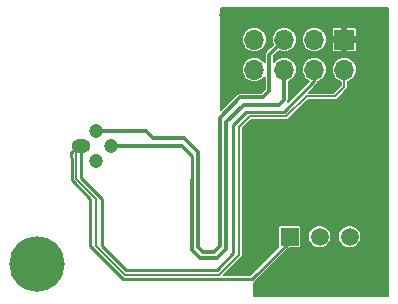
<source format=gbr>
G04 #@! TF.GenerationSoftware,KiCad,Pcbnew,(6.0.0-rc1-dev-1561-g9cac0a38c)*
G04 #@! TF.CreationDate,2019-02-19T10:43:41+01:00
G04 #@! TF.ProjectId,reference_board,72656665-7265-46e6-9365-5f626f617264,v3.1.0*
G04 #@! TF.SameCoordinates,Original*
G04 #@! TF.FileFunction,Copper,L2,Bot*
G04 #@! TF.FilePolarity,Positive*
%FSLAX46Y46*%
G04 Gerber Fmt 4.6, Leading zero omitted, Abs format (unit mm)*
G04 Created by KiCad (PCBNEW (6.0.0-rc1-dev-1561-g9cac0a38c)) date 2019-02-19T10:43:41 CET*
%MOMM*%
%LPD*%
G04 APERTURE LIST*
%ADD10C,0.100000*%
%ADD11O,1.600000X1.200000*%
%ADD12C,1.200000*%
%ADD13C,0.250000*%
%ADD14C,0.150000*%
%ADD15C,4.700000*%
%ADD16C,1.500000*%
%ADD17R,1.500000X1.500000*%
%ADD18O,1.700000X1.700000*%
%ADD19R,1.700000X1.700000*%
%ADD20C,0.800000*%
%ADD21C,0.300000*%
%ADD22C,0.250000*%
%ADD23C,0.150000*%
G04 APERTURE END LIST*
D10*
G36*
X156025000Y-95500000D02*
G01*
X155775000Y-95500000D01*
X155775000Y-96000000D01*
X156025000Y-96000000D01*
X156025000Y-95500000D01*
G37*
G36*
X156375000Y-96000000D02*
G01*
X156375000Y-95600000D01*
X156225000Y-95600000D01*
X156225000Y-96000000D01*
X156375000Y-96000000D01*
G37*
D11*
X156700000Y-95000000D03*
D12*
X157970000Y-96270000D03*
X157970000Y-93730000D03*
X159240000Y-95000000D03*
D13*
X155900000Y-96000000D03*
X155900000Y-95500000D03*
D14*
X156300000Y-96000000D03*
X156300000Y-95600000D03*
D15*
X153000000Y-105000000D03*
D16*
X179440000Y-102700000D03*
X176900000Y-102700000D03*
D17*
X174360000Y-102700000D03*
D18*
X171380000Y-88540000D03*
X171380000Y-86000000D03*
X173920000Y-88540000D03*
X173920000Y-86000000D03*
X176460000Y-88540000D03*
X176460000Y-86000000D03*
X179000000Y-88540000D03*
D19*
X179000000Y-86000000D03*
D20*
X180600000Y-93200000D03*
X169300000Y-90600000D03*
X168800000Y-83912500D03*
D21*
X159300000Y-95000000D02*
X165251458Y-95000000D01*
D22*
X166100000Y-95848542D02*
X166100000Y-97900000D01*
X166100000Y-95848542D02*
X165951458Y-95700000D01*
D21*
X165251458Y-95000000D02*
X165951458Y-95700000D01*
X168250000Y-104500000D02*
X169000000Y-103750000D01*
X169000000Y-103750000D02*
X169000000Y-93000000D01*
X173500000Y-91500000D02*
X173920000Y-91080000D01*
X166750000Y-104500000D02*
X168250000Y-104500000D01*
X169000000Y-93000000D02*
X170500000Y-91500000D01*
X166100000Y-97900000D02*
X166100000Y-103850000D01*
X166100000Y-103850000D02*
X166750000Y-104500000D01*
X170500000Y-91500000D02*
X173500000Y-91500000D01*
X173920000Y-91080000D02*
X173920000Y-88540000D01*
X166600000Y-95500000D02*
X166600000Y-103600000D01*
X165400000Y-94300000D02*
X166600000Y-95500000D01*
X172650000Y-90350000D02*
X172650000Y-87270000D01*
X162800000Y-94300000D02*
X165400000Y-94300000D01*
X166600000Y-103600000D02*
X167000000Y-104000000D01*
X158000000Y-93730000D02*
X162230000Y-93730000D01*
X162230000Y-93730000D02*
X162800000Y-94300000D01*
X168000000Y-104000000D02*
X168500000Y-103500000D01*
X170200000Y-90900000D02*
X172100000Y-90900000D01*
X167000000Y-104000000D02*
X168000000Y-104000000D01*
X168500000Y-103500000D02*
X168500000Y-92600000D01*
X168500000Y-92600000D02*
X170200000Y-90900000D01*
X172100000Y-90900000D02*
X172650000Y-90350000D01*
X172650000Y-87270000D02*
X173920000Y-86000000D01*
D23*
X171000000Y-92500000D02*
X170100000Y-93400000D01*
X178200000Y-90800000D02*
X175800000Y-90800000D01*
X170100000Y-93400000D02*
X170100000Y-104200000D01*
X174100000Y-92500000D02*
X171000000Y-92500000D01*
X175800000Y-90800000D02*
X174100000Y-92500000D01*
X179000000Y-88540000D02*
X179000000Y-90000000D01*
X170100000Y-104200000D02*
X168400000Y-105900000D01*
X179000000Y-90000000D02*
X178200000Y-90800000D01*
X158000000Y-99500000D02*
X156300000Y-97800000D01*
X168400000Y-105900000D02*
X160400000Y-105900000D01*
X160400000Y-105900000D02*
X158000000Y-103500000D01*
X158000000Y-103500000D02*
X158000000Y-99500000D01*
X156300000Y-97800000D02*
X156300000Y-96000000D01*
X156500000Y-95000000D02*
X156730000Y-95000000D01*
X156730000Y-95000000D02*
X156730000Y-95170000D01*
X156730000Y-95170000D02*
X156300000Y-95600000D01*
X156730000Y-95000000D02*
X156730000Y-95230000D01*
D22*
X156400000Y-95000000D02*
X155900000Y-95500000D01*
X156730000Y-95000000D02*
X156400000Y-95000000D01*
X168200000Y-105500000D02*
X169600000Y-104100000D01*
X160500000Y-105500000D02*
X168200000Y-105500000D01*
X158500000Y-103500000D02*
X160500000Y-105500000D01*
X158500000Y-99500000D02*
X158500000Y-103500000D01*
X170700000Y-92100000D02*
X173900000Y-92100000D01*
X156730000Y-95000000D02*
X156730000Y-97730000D01*
X156730000Y-97730000D02*
X158500000Y-99500000D01*
X169600000Y-104100000D02*
X169600000Y-93200000D01*
X173900000Y-92100000D02*
X176460000Y-89540000D01*
X169600000Y-93200000D02*
X170700000Y-92100000D01*
X176460000Y-89540000D02*
X176460000Y-88540000D01*
D23*
X174360000Y-102100000D02*
X174360000Y-103140000D01*
D22*
X174360000Y-102700000D02*
X174360000Y-103140000D01*
X160300000Y-106300000D02*
X171200000Y-106300000D01*
X157500000Y-103500000D02*
X160300000Y-106300000D01*
X171300000Y-106200000D02*
X174360000Y-103140000D01*
X157500000Y-99500000D02*
X157500000Y-103500000D01*
X157500000Y-99500000D02*
X156000000Y-98000000D01*
X155900000Y-96000000D02*
X155900000Y-97900000D01*
X155900000Y-97900000D02*
X156000000Y-98000000D01*
X171200000Y-106300000D02*
X171300000Y-106200000D01*
D23*
G36*
X182700001Y-107700000D02*
G01*
X171375000Y-107700000D01*
X171375000Y-106603321D01*
X171395390Y-106592422D01*
X171448685Y-106548685D01*
X171459653Y-106535321D01*
X171559646Y-106435328D01*
X174318887Y-103676088D01*
X175110000Y-103676088D01*
X175154108Y-103671744D01*
X175196520Y-103658878D01*
X175235608Y-103637985D01*
X175269868Y-103609868D01*
X175297985Y-103575608D01*
X175318878Y-103536520D01*
X175331744Y-103494108D01*
X175336088Y-103450000D01*
X175336088Y-102603971D01*
X175925000Y-102603971D01*
X175925000Y-102796029D01*
X175962468Y-102984397D01*
X176035966Y-103161836D01*
X176142668Y-103321527D01*
X176278473Y-103457332D01*
X176438164Y-103564034D01*
X176615603Y-103637532D01*
X176803971Y-103675000D01*
X176996029Y-103675000D01*
X177184397Y-103637532D01*
X177361836Y-103564034D01*
X177521527Y-103457332D01*
X177657332Y-103321527D01*
X177764034Y-103161836D01*
X177837532Y-102984397D01*
X177875000Y-102796029D01*
X177875000Y-102603971D01*
X178465000Y-102603971D01*
X178465000Y-102796029D01*
X178502468Y-102984397D01*
X178575966Y-103161836D01*
X178682668Y-103321527D01*
X178818473Y-103457332D01*
X178978164Y-103564034D01*
X179155603Y-103637532D01*
X179343971Y-103675000D01*
X179536029Y-103675000D01*
X179724397Y-103637532D01*
X179901836Y-103564034D01*
X180061527Y-103457332D01*
X180197332Y-103321527D01*
X180304034Y-103161836D01*
X180377532Y-102984397D01*
X180415000Y-102796029D01*
X180415000Y-102603971D01*
X180377532Y-102415603D01*
X180304034Y-102238164D01*
X180197332Y-102078473D01*
X180061527Y-101942668D01*
X179901836Y-101835966D01*
X179724397Y-101762468D01*
X179536029Y-101725000D01*
X179343971Y-101725000D01*
X179155603Y-101762468D01*
X178978164Y-101835966D01*
X178818473Y-101942668D01*
X178682668Y-102078473D01*
X178575966Y-102238164D01*
X178502468Y-102415603D01*
X178465000Y-102603971D01*
X177875000Y-102603971D01*
X177837532Y-102415603D01*
X177764034Y-102238164D01*
X177657332Y-102078473D01*
X177521527Y-101942668D01*
X177361836Y-101835966D01*
X177184397Y-101762468D01*
X176996029Y-101725000D01*
X176803971Y-101725000D01*
X176615603Y-101762468D01*
X176438164Y-101835966D01*
X176278473Y-101942668D01*
X176142668Y-102078473D01*
X176035966Y-102238164D01*
X175962468Y-102415603D01*
X175925000Y-102603971D01*
X175336088Y-102603971D01*
X175336088Y-101950000D01*
X175331744Y-101905892D01*
X175318878Y-101863480D01*
X175297985Y-101824392D01*
X175269868Y-101790132D01*
X175235608Y-101762015D01*
X175196520Y-101741122D01*
X175154108Y-101728256D01*
X175110000Y-101723912D01*
X173610000Y-101723912D01*
X173565892Y-101728256D01*
X173523480Y-101741122D01*
X173484392Y-101762015D01*
X173450132Y-101790132D01*
X173422015Y-101824392D01*
X173401122Y-101863480D01*
X173388256Y-101905892D01*
X173383912Y-101950000D01*
X173383912Y-103450000D01*
X173388256Y-103494108D01*
X173401122Y-103536520D01*
X173422015Y-103575608D01*
X173425352Y-103579674D01*
X171055026Y-105950000D01*
X168774263Y-105950000D01*
X170301715Y-104422549D01*
X170313158Y-104413158D01*
X170322549Y-104401715D01*
X170350647Y-104367478D01*
X170378503Y-104315361D01*
X170378504Y-104315360D01*
X170395659Y-104258810D01*
X170400000Y-104214733D01*
X170400000Y-104214724D01*
X170401450Y-104200001D01*
X170400000Y-104185278D01*
X170400000Y-93524263D01*
X171124264Y-92800000D01*
X174085277Y-92800000D01*
X174100000Y-92801450D01*
X174114723Y-92800000D01*
X174114733Y-92800000D01*
X174158810Y-92795659D01*
X174215360Y-92778504D01*
X174267477Y-92750647D01*
X174313158Y-92713158D01*
X174322553Y-92701710D01*
X175924264Y-91100000D01*
X178185277Y-91100000D01*
X178200000Y-91101450D01*
X178214723Y-91100000D01*
X178214733Y-91100000D01*
X178258810Y-91095659D01*
X178315360Y-91078504D01*
X178367477Y-91050647D01*
X178413158Y-91013158D01*
X178422553Y-91001710D01*
X179201715Y-90222549D01*
X179213158Y-90213158D01*
X179222549Y-90201715D01*
X179250647Y-90167478D01*
X179278504Y-90115361D01*
X179288153Y-90083553D01*
X179295659Y-90058810D01*
X179300000Y-90014733D01*
X179300000Y-90014730D01*
X179301451Y-90000000D01*
X179300000Y-89985270D01*
X179300000Y-89572368D01*
X179413375Y-89537976D01*
X179600128Y-89438154D01*
X179763817Y-89303817D01*
X179898154Y-89140128D01*
X179997976Y-88953375D01*
X180059445Y-88750737D01*
X180080201Y-88540000D01*
X180059445Y-88329263D01*
X179997976Y-88126625D01*
X179898154Y-87939872D01*
X179763817Y-87776183D01*
X179600128Y-87641846D01*
X179413375Y-87542024D01*
X179210737Y-87480555D01*
X179052806Y-87465000D01*
X178947194Y-87465000D01*
X178789263Y-87480555D01*
X178586625Y-87542024D01*
X178399872Y-87641846D01*
X178236183Y-87776183D01*
X178101846Y-87939872D01*
X178002024Y-88126625D01*
X177940555Y-88329263D01*
X177919799Y-88540000D01*
X177940555Y-88750737D01*
X178002024Y-88953375D01*
X178101846Y-89140128D01*
X178236183Y-89303817D01*
X178399872Y-89438154D01*
X178586625Y-89537976D01*
X178700001Y-89572368D01*
X178700001Y-89875735D01*
X178075737Y-90500000D01*
X175994974Y-90500000D01*
X176695335Y-89799640D01*
X176708684Y-89788685D01*
X176752422Y-89735390D01*
X176784922Y-89674587D01*
X176804935Y-89608612D01*
X176809999Y-89557201D01*
X176873375Y-89537976D01*
X177060128Y-89438154D01*
X177223817Y-89303817D01*
X177358154Y-89140128D01*
X177457976Y-88953375D01*
X177519445Y-88750737D01*
X177540201Y-88540000D01*
X177519445Y-88329263D01*
X177457976Y-88126625D01*
X177358154Y-87939872D01*
X177223817Y-87776183D01*
X177060128Y-87641846D01*
X176873375Y-87542024D01*
X176670737Y-87480555D01*
X176512806Y-87465000D01*
X176407194Y-87465000D01*
X176249263Y-87480555D01*
X176046625Y-87542024D01*
X175859872Y-87641846D01*
X175696183Y-87776183D01*
X175561846Y-87939872D01*
X175462024Y-88126625D01*
X175400555Y-88329263D01*
X175379799Y-88540000D01*
X175400555Y-88750737D01*
X175462024Y-88953375D01*
X175561846Y-89140128D01*
X175696183Y-89303817D01*
X175859872Y-89438154D01*
X175994768Y-89510258D01*
X174253553Y-91251473D01*
X174257070Y-91244893D01*
X174268131Y-91224200D01*
X174289574Y-91153513D01*
X174295000Y-91098419D01*
X174295000Y-91098416D01*
X174296814Y-91080000D01*
X174295000Y-91061584D01*
X174295000Y-89549617D01*
X174333375Y-89537976D01*
X174520128Y-89438154D01*
X174683817Y-89303817D01*
X174818154Y-89140128D01*
X174917976Y-88953375D01*
X174979445Y-88750737D01*
X175000201Y-88540000D01*
X174979445Y-88329263D01*
X174917976Y-88126625D01*
X174818154Y-87939872D01*
X174683817Y-87776183D01*
X174520128Y-87641846D01*
X174333375Y-87542024D01*
X174130737Y-87480555D01*
X173972806Y-87465000D01*
X173867194Y-87465000D01*
X173709263Y-87480555D01*
X173506625Y-87542024D01*
X173319872Y-87641846D01*
X173156183Y-87776183D01*
X173025000Y-87936029D01*
X173025000Y-87425329D01*
X173471258Y-86979072D01*
X173506625Y-86997976D01*
X173709263Y-87059445D01*
X173867194Y-87075000D01*
X173972806Y-87075000D01*
X174130737Y-87059445D01*
X174333375Y-86997976D01*
X174520128Y-86898154D01*
X174683817Y-86763817D01*
X174818154Y-86600128D01*
X174917976Y-86413375D01*
X174979445Y-86210737D01*
X175000201Y-86000000D01*
X175379799Y-86000000D01*
X175400555Y-86210737D01*
X175462024Y-86413375D01*
X175561846Y-86600128D01*
X175696183Y-86763817D01*
X175859872Y-86898154D01*
X176046625Y-86997976D01*
X176249263Y-87059445D01*
X176407194Y-87075000D01*
X176512806Y-87075000D01*
X176670737Y-87059445D01*
X176873375Y-86997976D01*
X177060128Y-86898154D01*
X177223817Y-86763817D01*
X177358154Y-86600128D01*
X177457976Y-86413375D01*
X177512009Y-86235250D01*
X177925000Y-86235250D01*
X177925000Y-86872161D01*
X177933647Y-86915631D01*
X177950608Y-86956578D01*
X177975231Y-86993430D01*
X178006571Y-87024769D01*
X178043423Y-87049393D01*
X178084370Y-87066354D01*
X178127840Y-87075000D01*
X178764750Y-87075000D01*
X178821000Y-87018750D01*
X178821000Y-86179000D01*
X179179000Y-86179000D01*
X179179000Y-87018750D01*
X179235250Y-87075000D01*
X179872160Y-87075000D01*
X179915630Y-87066354D01*
X179956577Y-87049393D01*
X179993429Y-87024769D01*
X180024769Y-86993430D01*
X180049392Y-86956578D01*
X180066353Y-86915631D01*
X180075000Y-86872161D01*
X180075000Y-86235250D01*
X180018750Y-86179000D01*
X179179000Y-86179000D01*
X178821000Y-86179000D01*
X177981250Y-86179000D01*
X177925000Y-86235250D01*
X177512009Y-86235250D01*
X177519445Y-86210737D01*
X177540201Y-86000000D01*
X177519445Y-85789263D01*
X177457976Y-85586625D01*
X177358154Y-85399872D01*
X177223817Y-85236183D01*
X177091801Y-85127839D01*
X177925000Y-85127839D01*
X177925000Y-85764750D01*
X177981250Y-85821000D01*
X178821000Y-85821000D01*
X178821000Y-84981250D01*
X179179000Y-84981250D01*
X179179000Y-85821000D01*
X180018750Y-85821000D01*
X180075000Y-85764750D01*
X180075000Y-85127839D01*
X180066353Y-85084369D01*
X180049392Y-85043422D01*
X180024769Y-85006570D01*
X179993429Y-84975231D01*
X179956577Y-84950607D01*
X179915630Y-84933646D01*
X179872160Y-84925000D01*
X179235250Y-84925000D01*
X179179000Y-84981250D01*
X178821000Y-84981250D01*
X178764750Y-84925000D01*
X178127840Y-84925000D01*
X178084370Y-84933646D01*
X178043423Y-84950607D01*
X178006571Y-84975231D01*
X177975231Y-85006570D01*
X177950608Y-85043422D01*
X177933647Y-85084369D01*
X177925000Y-85127839D01*
X177091801Y-85127839D01*
X177060128Y-85101846D01*
X176873375Y-85002024D01*
X176670737Y-84940555D01*
X176512806Y-84925000D01*
X176407194Y-84925000D01*
X176249263Y-84940555D01*
X176046625Y-85002024D01*
X175859872Y-85101846D01*
X175696183Y-85236183D01*
X175561846Y-85399872D01*
X175462024Y-85586625D01*
X175400555Y-85789263D01*
X175379799Y-86000000D01*
X175000201Y-86000000D01*
X174979445Y-85789263D01*
X174917976Y-85586625D01*
X174818154Y-85399872D01*
X174683817Y-85236183D01*
X174520128Y-85101846D01*
X174333375Y-85002024D01*
X174130737Y-84940555D01*
X173972806Y-84925000D01*
X173867194Y-84925000D01*
X173709263Y-84940555D01*
X173506625Y-85002024D01*
X173319872Y-85101846D01*
X173156183Y-85236183D01*
X173021846Y-85399872D01*
X172922024Y-85586625D01*
X172860555Y-85789263D01*
X172839799Y-86000000D01*
X172860555Y-86210737D01*
X172922024Y-86413375D01*
X172940928Y-86448742D01*
X172397861Y-86991809D01*
X172383553Y-87003552D01*
X172366141Y-87024769D01*
X172336691Y-87060654D01*
X172301870Y-87125800D01*
X172280427Y-87196488D01*
X172273186Y-87270000D01*
X172275001Y-87288426D01*
X172275001Y-87936030D01*
X172143817Y-87776183D01*
X171980128Y-87641846D01*
X171793375Y-87542024D01*
X171590737Y-87480555D01*
X171432806Y-87465000D01*
X171327194Y-87465000D01*
X171169263Y-87480555D01*
X170966625Y-87542024D01*
X170779872Y-87641846D01*
X170616183Y-87776183D01*
X170481846Y-87939872D01*
X170382024Y-88126625D01*
X170320555Y-88329263D01*
X170299799Y-88540000D01*
X170320555Y-88750737D01*
X170382024Y-88953375D01*
X170481846Y-89140128D01*
X170616183Y-89303817D01*
X170779872Y-89438154D01*
X170966625Y-89537976D01*
X171169263Y-89599445D01*
X171327194Y-89615000D01*
X171432806Y-89615000D01*
X171590737Y-89599445D01*
X171793375Y-89537976D01*
X171980128Y-89438154D01*
X172143817Y-89303817D01*
X172275000Y-89143971D01*
X172275000Y-90194670D01*
X171944671Y-90525000D01*
X170218415Y-90525000D01*
X170199999Y-90523186D01*
X170181583Y-90525000D01*
X170181581Y-90525000D01*
X170126487Y-90530426D01*
X170055800Y-90551869D01*
X170055798Y-90551870D01*
X170041810Y-90559347D01*
X169990653Y-90586691D01*
X169933552Y-90633552D01*
X169921810Y-90647860D01*
X168575000Y-91994671D01*
X168575000Y-86000000D01*
X170299799Y-86000000D01*
X170320555Y-86210737D01*
X170382024Y-86413375D01*
X170481846Y-86600128D01*
X170616183Y-86763817D01*
X170779872Y-86898154D01*
X170966625Y-86997976D01*
X171169263Y-87059445D01*
X171327194Y-87075000D01*
X171432806Y-87075000D01*
X171590737Y-87059445D01*
X171793375Y-86997976D01*
X171980128Y-86898154D01*
X172143817Y-86763817D01*
X172278154Y-86600128D01*
X172377976Y-86413375D01*
X172439445Y-86210737D01*
X172460201Y-86000000D01*
X172439445Y-85789263D01*
X172377976Y-85586625D01*
X172278154Y-85399872D01*
X172143817Y-85236183D01*
X171980128Y-85101846D01*
X171793375Y-85002024D01*
X171590737Y-84940555D01*
X171432806Y-84925000D01*
X171327194Y-84925000D01*
X171169263Y-84940555D01*
X170966625Y-85002024D01*
X170779872Y-85101846D01*
X170616183Y-85236183D01*
X170481846Y-85399872D01*
X170382024Y-85586625D01*
X170320555Y-85789263D01*
X170299799Y-86000000D01*
X168575000Y-86000000D01*
X168575000Y-83300000D01*
X182700000Y-83300000D01*
X182700001Y-107700000D01*
X182700001Y-107700000D01*
G37*
X182700001Y-107700000D02*
X171375000Y-107700000D01*
X171375000Y-106603321D01*
X171395390Y-106592422D01*
X171448685Y-106548685D01*
X171459653Y-106535321D01*
X171559646Y-106435328D01*
X174318887Y-103676088D01*
X175110000Y-103676088D01*
X175154108Y-103671744D01*
X175196520Y-103658878D01*
X175235608Y-103637985D01*
X175269868Y-103609868D01*
X175297985Y-103575608D01*
X175318878Y-103536520D01*
X175331744Y-103494108D01*
X175336088Y-103450000D01*
X175336088Y-102603971D01*
X175925000Y-102603971D01*
X175925000Y-102796029D01*
X175962468Y-102984397D01*
X176035966Y-103161836D01*
X176142668Y-103321527D01*
X176278473Y-103457332D01*
X176438164Y-103564034D01*
X176615603Y-103637532D01*
X176803971Y-103675000D01*
X176996029Y-103675000D01*
X177184397Y-103637532D01*
X177361836Y-103564034D01*
X177521527Y-103457332D01*
X177657332Y-103321527D01*
X177764034Y-103161836D01*
X177837532Y-102984397D01*
X177875000Y-102796029D01*
X177875000Y-102603971D01*
X178465000Y-102603971D01*
X178465000Y-102796029D01*
X178502468Y-102984397D01*
X178575966Y-103161836D01*
X178682668Y-103321527D01*
X178818473Y-103457332D01*
X178978164Y-103564034D01*
X179155603Y-103637532D01*
X179343971Y-103675000D01*
X179536029Y-103675000D01*
X179724397Y-103637532D01*
X179901836Y-103564034D01*
X180061527Y-103457332D01*
X180197332Y-103321527D01*
X180304034Y-103161836D01*
X180377532Y-102984397D01*
X180415000Y-102796029D01*
X180415000Y-102603971D01*
X180377532Y-102415603D01*
X180304034Y-102238164D01*
X180197332Y-102078473D01*
X180061527Y-101942668D01*
X179901836Y-101835966D01*
X179724397Y-101762468D01*
X179536029Y-101725000D01*
X179343971Y-101725000D01*
X179155603Y-101762468D01*
X178978164Y-101835966D01*
X178818473Y-101942668D01*
X178682668Y-102078473D01*
X178575966Y-102238164D01*
X178502468Y-102415603D01*
X178465000Y-102603971D01*
X177875000Y-102603971D01*
X177837532Y-102415603D01*
X177764034Y-102238164D01*
X177657332Y-102078473D01*
X177521527Y-101942668D01*
X177361836Y-101835966D01*
X177184397Y-101762468D01*
X176996029Y-101725000D01*
X176803971Y-101725000D01*
X176615603Y-101762468D01*
X176438164Y-101835966D01*
X176278473Y-101942668D01*
X176142668Y-102078473D01*
X176035966Y-102238164D01*
X175962468Y-102415603D01*
X175925000Y-102603971D01*
X175336088Y-102603971D01*
X175336088Y-101950000D01*
X175331744Y-101905892D01*
X175318878Y-101863480D01*
X175297985Y-101824392D01*
X175269868Y-101790132D01*
X175235608Y-101762015D01*
X175196520Y-101741122D01*
X175154108Y-101728256D01*
X175110000Y-101723912D01*
X173610000Y-101723912D01*
X173565892Y-101728256D01*
X173523480Y-101741122D01*
X173484392Y-101762015D01*
X173450132Y-101790132D01*
X173422015Y-101824392D01*
X173401122Y-101863480D01*
X173388256Y-101905892D01*
X173383912Y-101950000D01*
X173383912Y-103450000D01*
X173388256Y-103494108D01*
X173401122Y-103536520D01*
X173422015Y-103575608D01*
X173425352Y-103579674D01*
X171055026Y-105950000D01*
X168774263Y-105950000D01*
X170301715Y-104422549D01*
X170313158Y-104413158D01*
X170322549Y-104401715D01*
X170350647Y-104367478D01*
X170378503Y-104315361D01*
X170378504Y-104315360D01*
X170395659Y-104258810D01*
X170400000Y-104214733D01*
X170400000Y-104214724D01*
X170401450Y-104200001D01*
X170400000Y-104185278D01*
X170400000Y-93524263D01*
X171124264Y-92800000D01*
X174085277Y-92800000D01*
X174100000Y-92801450D01*
X174114723Y-92800000D01*
X174114733Y-92800000D01*
X174158810Y-92795659D01*
X174215360Y-92778504D01*
X174267477Y-92750647D01*
X174313158Y-92713158D01*
X174322553Y-92701710D01*
X175924264Y-91100000D01*
X178185277Y-91100000D01*
X178200000Y-91101450D01*
X178214723Y-91100000D01*
X178214733Y-91100000D01*
X178258810Y-91095659D01*
X178315360Y-91078504D01*
X178367477Y-91050647D01*
X178413158Y-91013158D01*
X178422553Y-91001710D01*
X179201715Y-90222549D01*
X179213158Y-90213158D01*
X179222549Y-90201715D01*
X179250647Y-90167478D01*
X179278504Y-90115361D01*
X179288153Y-90083553D01*
X179295659Y-90058810D01*
X179300000Y-90014733D01*
X179300000Y-90014730D01*
X179301451Y-90000000D01*
X179300000Y-89985270D01*
X179300000Y-89572368D01*
X179413375Y-89537976D01*
X179600128Y-89438154D01*
X179763817Y-89303817D01*
X179898154Y-89140128D01*
X179997976Y-88953375D01*
X180059445Y-88750737D01*
X180080201Y-88540000D01*
X180059445Y-88329263D01*
X179997976Y-88126625D01*
X179898154Y-87939872D01*
X179763817Y-87776183D01*
X179600128Y-87641846D01*
X179413375Y-87542024D01*
X179210737Y-87480555D01*
X179052806Y-87465000D01*
X178947194Y-87465000D01*
X178789263Y-87480555D01*
X178586625Y-87542024D01*
X178399872Y-87641846D01*
X178236183Y-87776183D01*
X178101846Y-87939872D01*
X178002024Y-88126625D01*
X177940555Y-88329263D01*
X177919799Y-88540000D01*
X177940555Y-88750737D01*
X178002024Y-88953375D01*
X178101846Y-89140128D01*
X178236183Y-89303817D01*
X178399872Y-89438154D01*
X178586625Y-89537976D01*
X178700001Y-89572368D01*
X178700001Y-89875735D01*
X178075737Y-90500000D01*
X175994974Y-90500000D01*
X176695335Y-89799640D01*
X176708684Y-89788685D01*
X176752422Y-89735390D01*
X176784922Y-89674587D01*
X176804935Y-89608612D01*
X176809999Y-89557201D01*
X176873375Y-89537976D01*
X177060128Y-89438154D01*
X177223817Y-89303817D01*
X177358154Y-89140128D01*
X177457976Y-88953375D01*
X177519445Y-88750737D01*
X177540201Y-88540000D01*
X177519445Y-88329263D01*
X177457976Y-88126625D01*
X177358154Y-87939872D01*
X177223817Y-87776183D01*
X177060128Y-87641846D01*
X176873375Y-87542024D01*
X176670737Y-87480555D01*
X176512806Y-87465000D01*
X176407194Y-87465000D01*
X176249263Y-87480555D01*
X176046625Y-87542024D01*
X175859872Y-87641846D01*
X175696183Y-87776183D01*
X175561846Y-87939872D01*
X175462024Y-88126625D01*
X175400555Y-88329263D01*
X175379799Y-88540000D01*
X175400555Y-88750737D01*
X175462024Y-88953375D01*
X175561846Y-89140128D01*
X175696183Y-89303817D01*
X175859872Y-89438154D01*
X175994768Y-89510258D01*
X174253553Y-91251473D01*
X174257070Y-91244893D01*
X174268131Y-91224200D01*
X174289574Y-91153513D01*
X174295000Y-91098419D01*
X174295000Y-91098416D01*
X174296814Y-91080000D01*
X174295000Y-91061584D01*
X174295000Y-89549617D01*
X174333375Y-89537976D01*
X174520128Y-89438154D01*
X174683817Y-89303817D01*
X174818154Y-89140128D01*
X174917976Y-88953375D01*
X174979445Y-88750737D01*
X175000201Y-88540000D01*
X174979445Y-88329263D01*
X174917976Y-88126625D01*
X174818154Y-87939872D01*
X174683817Y-87776183D01*
X174520128Y-87641846D01*
X174333375Y-87542024D01*
X174130737Y-87480555D01*
X173972806Y-87465000D01*
X173867194Y-87465000D01*
X173709263Y-87480555D01*
X173506625Y-87542024D01*
X173319872Y-87641846D01*
X173156183Y-87776183D01*
X173025000Y-87936029D01*
X173025000Y-87425329D01*
X173471258Y-86979072D01*
X173506625Y-86997976D01*
X173709263Y-87059445D01*
X173867194Y-87075000D01*
X173972806Y-87075000D01*
X174130737Y-87059445D01*
X174333375Y-86997976D01*
X174520128Y-86898154D01*
X174683817Y-86763817D01*
X174818154Y-86600128D01*
X174917976Y-86413375D01*
X174979445Y-86210737D01*
X175000201Y-86000000D01*
X175379799Y-86000000D01*
X175400555Y-86210737D01*
X175462024Y-86413375D01*
X175561846Y-86600128D01*
X175696183Y-86763817D01*
X175859872Y-86898154D01*
X176046625Y-86997976D01*
X176249263Y-87059445D01*
X176407194Y-87075000D01*
X176512806Y-87075000D01*
X176670737Y-87059445D01*
X176873375Y-86997976D01*
X177060128Y-86898154D01*
X177223817Y-86763817D01*
X177358154Y-86600128D01*
X177457976Y-86413375D01*
X177512009Y-86235250D01*
X177925000Y-86235250D01*
X177925000Y-86872161D01*
X177933647Y-86915631D01*
X177950608Y-86956578D01*
X177975231Y-86993430D01*
X178006571Y-87024769D01*
X178043423Y-87049393D01*
X178084370Y-87066354D01*
X178127840Y-87075000D01*
X178764750Y-87075000D01*
X178821000Y-87018750D01*
X178821000Y-86179000D01*
X179179000Y-86179000D01*
X179179000Y-87018750D01*
X179235250Y-87075000D01*
X179872160Y-87075000D01*
X179915630Y-87066354D01*
X179956577Y-87049393D01*
X179993429Y-87024769D01*
X180024769Y-86993430D01*
X180049392Y-86956578D01*
X180066353Y-86915631D01*
X180075000Y-86872161D01*
X180075000Y-86235250D01*
X180018750Y-86179000D01*
X179179000Y-86179000D01*
X178821000Y-86179000D01*
X177981250Y-86179000D01*
X177925000Y-86235250D01*
X177512009Y-86235250D01*
X177519445Y-86210737D01*
X177540201Y-86000000D01*
X177519445Y-85789263D01*
X177457976Y-85586625D01*
X177358154Y-85399872D01*
X177223817Y-85236183D01*
X177091801Y-85127839D01*
X177925000Y-85127839D01*
X177925000Y-85764750D01*
X177981250Y-85821000D01*
X178821000Y-85821000D01*
X178821000Y-84981250D01*
X179179000Y-84981250D01*
X179179000Y-85821000D01*
X180018750Y-85821000D01*
X180075000Y-85764750D01*
X180075000Y-85127839D01*
X180066353Y-85084369D01*
X180049392Y-85043422D01*
X180024769Y-85006570D01*
X179993429Y-84975231D01*
X179956577Y-84950607D01*
X179915630Y-84933646D01*
X179872160Y-84925000D01*
X179235250Y-84925000D01*
X179179000Y-84981250D01*
X178821000Y-84981250D01*
X178764750Y-84925000D01*
X178127840Y-84925000D01*
X178084370Y-84933646D01*
X178043423Y-84950607D01*
X178006571Y-84975231D01*
X177975231Y-85006570D01*
X177950608Y-85043422D01*
X177933647Y-85084369D01*
X177925000Y-85127839D01*
X177091801Y-85127839D01*
X177060128Y-85101846D01*
X176873375Y-85002024D01*
X176670737Y-84940555D01*
X176512806Y-84925000D01*
X176407194Y-84925000D01*
X176249263Y-84940555D01*
X176046625Y-85002024D01*
X175859872Y-85101846D01*
X175696183Y-85236183D01*
X175561846Y-85399872D01*
X175462024Y-85586625D01*
X175400555Y-85789263D01*
X175379799Y-86000000D01*
X175000201Y-86000000D01*
X174979445Y-85789263D01*
X174917976Y-85586625D01*
X174818154Y-85399872D01*
X174683817Y-85236183D01*
X174520128Y-85101846D01*
X174333375Y-85002024D01*
X174130737Y-84940555D01*
X173972806Y-84925000D01*
X173867194Y-84925000D01*
X173709263Y-84940555D01*
X173506625Y-85002024D01*
X173319872Y-85101846D01*
X173156183Y-85236183D01*
X173021846Y-85399872D01*
X172922024Y-85586625D01*
X172860555Y-85789263D01*
X172839799Y-86000000D01*
X172860555Y-86210737D01*
X172922024Y-86413375D01*
X172940928Y-86448742D01*
X172397861Y-86991809D01*
X172383553Y-87003552D01*
X172366141Y-87024769D01*
X172336691Y-87060654D01*
X172301870Y-87125800D01*
X172280427Y-87196488D01*
X172273186Y-87270000D01*
X172275001Y-87288426D01*
X172275001Y-87936030D01*
X172143817Y-87776183D01*
X171980128Y-87641846D01*
X171793375Y-87542024D01*
X171590737Y-87480555D01*
X171432806Y-87465000D01*
X171327194Y-87465000D01*
X171169263Y-87480555D01*
X170966625Y-87542024D01*
X170779872Y-87641846D01*
X170616183Y-87776183D01*
X170481846Y-87939872D01*
X170382024Y-88126625D01*
X170320555Y-88329263D01*
X170299799Y-88540000D01*
X170320555Y-88750737D01*
X170382024Y-88953375D01*
X170481846Y-89140128D01*
X170616183Y-89303817D01*
X170779872Y-89438154D01*
X170966625Y-89537976D01*
X171169263Y-89599445D01*
X171327194Y-89615000D01*
X171432806Y-89615000D01*
X171590737Y-89599445D01*
X171793375Y-89537976D01*
X171980128Y-89438154D01*
X172143817Y-89303817D01*
X172275000Y-89143971D01*
X172275000Y-90194670D01*
X171944671Y-90525000D01*
X170218415Y-90525000D01*
X170199999Y-90523186D01*
X170181583Y-90525000D01*
X170181581Y-90525000D01*
X170126487Y-90530426D01*
X170055800Y-90551869D01*
X170055798Y-90551870D01*
X170041810Y-90559347D01*
X169990653Y-90586691D01*
X169933552Y-90633552D01*
X169921810Y-90647860D01*
X168575000Y-91994671D01*
X168575000Y-86000000D01*
X170299799Y-86000000D01*
X170320555Y-86210737D01*
X170382024Y-86413375D01*
X170481846Y-86600128D01*
X170616183Y-86763817D01*
X170779872Y-86898154D01*
X170966625Y-86997976D01*
X171169263Y-87059445D01*
X171327194Y-87075000D01*
X171432806Y-87075000D01*
X171590737Y-87059445D01*
X171793375Y-86997976D01*
X171980128Y-86898154D01*
X172143817Y-86763817D01*
X172278154Y-86600128D01*
X172377976Y-86413375D01*
X172439445Y-86210737D01*
X172460201Y-86000000D01*
X172439445Y-85789263D01*
X172377976Y-85586625D01*
X172278154Y-85399872D01*
X172143817Y-85236183D01*
X171980128Y-85101846D01*
X171793375Y-85002024D01*
X171590737Y-84940555D01*
X171432806Y-84925000D01*
X171327194Y-84925000D01*
X171169263Y-84940555D01*
X170966625Y-85002024D01*
X170779872Y-85101846D01*
X170616183Y-85236183D01*
X170481846Y-85399872D01*
X170382024Y-85586625D01*
X170320555Y-85789263D01*
X170299799Y-86000000D01*
X168575000Y-86000000D01*
X168575000Y-83300000D01*
X182700000Y-83300000D01*
X182700001Y-107700000D01*
M02*

</source>
